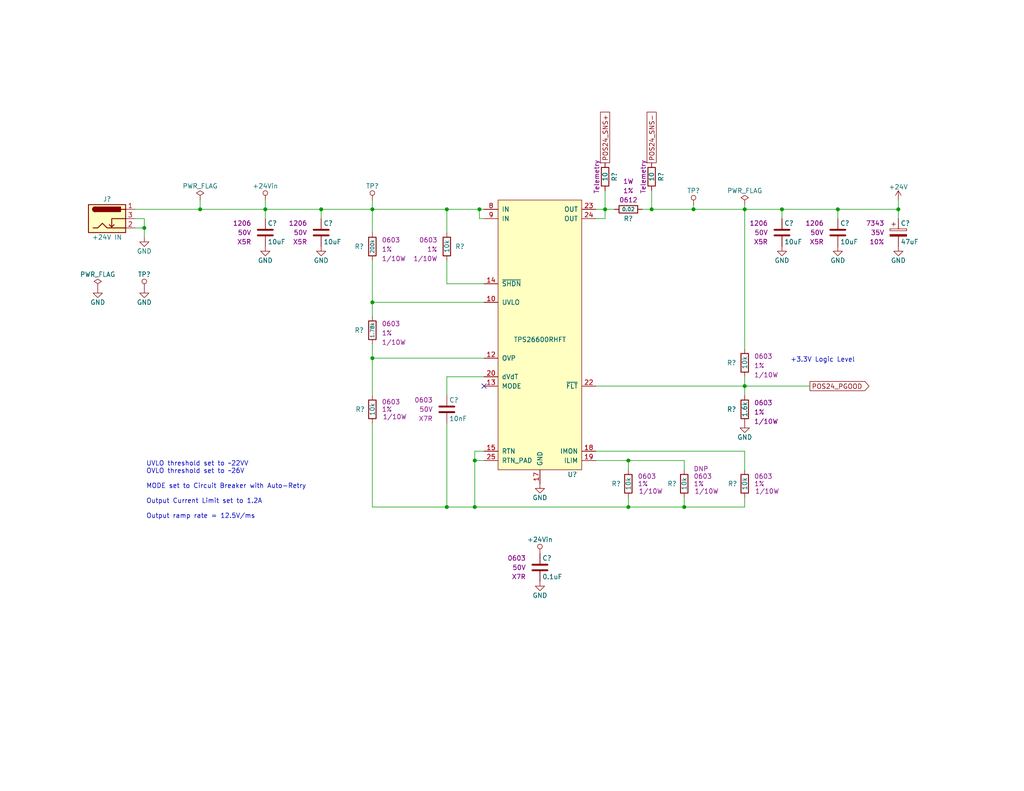
<source format=kicad_sch>
(kicad_sch (version 20230121) (generator eeschema)
  (paper "A")
  (title_block (date "2023-05-12") (rev "PRELIM") (company "Drew Maatman"))
  (lib_symbols
    (symbol "Connector:Barrel_Jack_Switch" (pin_names hide)
      (property "Reference" "J" (at 0 5.334 0))
      (property "Value" "Barrel_Jack_Switch" (at 0 -5.08 0))
      (symbol "Barrel_Jack_Switch_0_1"
        (rectangle (start -5.08 3.81) (end 5.08 -3.81) (stroke (width 0.254)) (fill (type background)))
        (arc (start -3.302 3.175) (mid -3.9343 2.54) (end -3.302 1.905) (stroke (width 0.254)))
        (arc (start -3.302 3.175) (mid -3.9343 2.54) (end -3.302 1.905) (stroke (width 0.254)) (fill (type outline)))
        (polyline (pts (xy 1.27 -2.286) (xy 1.905 -1.651)) (stroke (width 0.254)))
        (polyline (pts (xy 5.08 2.54) (xy 3.81 2.54)) (stroke (width 0.254)))
        (polyline (pts (xy 5.08 0) (xy 1.27 0) (xy 1.27 -2.286) (xy 0.635 -1.651)) (stroke (width 0.254)))
        (polyline (pts (xy -3.81 -2.54) (xy -2.54 -2.54) (xy -1.27 -1.27) (xy 0 -2.54) (xy 2.54 -2.54) (xy 5.08 -2.54)) (stroke (width 0.254)))
        (rectangle (start 3.683 3.175) (end -3.302 1.905) (stroke (width 0.254)) (fill (type outline)))
      )
      (symbol "Barrel_Jack_Switch_1_1"
        (pin passive line (at 7.62 2.54 180) (length 2.54) (name "~") (number "1"))
        (pin passive line (at 7.62 -2.54 180) (length 2.54) (name "~") (number "2"))
        (pin passive line (at 7.62 0 180) (length 2.54) (name "~") (number "3"))
      )
    )
    (symbol "Custom Library:+24Vin" (power) (pin_names (offset 0))
      (property "Value" "+24Vin" (at 0 3.81 0))
      (symbol "+24Vin_0_1"
        (polyline (pts (xy 0 0) (xy 0 1.27)))
        (circle (center 0 1.905) (radius 0.635))
      )
      (symbol "+24Vin_1_1"
        (pin power_in line (at 0 0 90) (length 0) hide (name "+24Vin") (number "1"))
      )
    )
    (symbol "Custom Library:C_Custom" (pin_numbers hide) (pin_names (offset 0.254))
      (property "Reference" "C" (at 0.635 2.54 0))
      (property "Value" "C_Custom" (at 0.635 -2.54 0))
      (property "display_footprint" "Foot" (at -3.81 2.54 0))
      (property "Voltage" "V" (at -3.81 0 0))
      (property "Dielectric" "Er" (at -3.81 -2.54 0))
      (symbol "C_Custom_0_1"
        (polyline (pts (xy -2.032 -0.762) (xy 2.032 -0.762)) (stroke (width 0.508)))
        (polyline (pts (xy -2.032 0.762) (xy 2.032 0.762)) (stroke (width 0.508)))
      )
      (symbol "C_Custom_1_1"
        (pin passive line (at 0 3.81 270) (length 2.794) (name "~") (number "1"))
        (pin passive line (at 0 -3.81 90) (length 2.794) (name "~") (number "2"))
      )
    )
    (symbol "Custom_Library:CP_Tant_Custom" (pin_numbers hide) (pin_names (offset 0.254))
      (property "Reference" "C" (at 0.635 2.54 0))
      (property "Value" "Custom_Library_CP_Tant_Custom" (at 0.635 -2.54 0))
      (property "display_footprint" "Foot" (at -3.81 2.54 0))
      (property "Voltage" "V" (at -3.81 0 0))
      (property "Tolerance" "Tol" (at -3.81 -2.54 0))
      (symbol "CP_Tant_Custom_0_1"
        (rectangle (start -2.286 0.508) (end -2.286 1.016))
        (rectangle (start -2.286 0.508) (end 2.286 0.508))
        (polyline (pts (xy -1.778 2.286) (xy -0.762 2.286)))
        (polyline (pts (xy -1.27 2.794) (xy -1.27 1.778)))
        (rectangle (start 2.286 -0.508) (end -2.286 -1.016) (fill (type outline)))
        (rectangle (start 2.286 1.016) (end -2.286 1.016))
        (rectangle (start 2.286 1.016) (end 2.286 0.508))
      )
      (symbol "CP_Tant_Custom_1_1"
        (pin passive line (at 0 3.81 270) (length 2.794) (name "~") (number "1"))
        (pin passive line (at 0 -3.81 90) (length 2.794) (name "~") (number "2"))
      )
    )
    (symbol "Custom_Library:C_Custom" (pin_numbers hide) (pin_names (offset 0.254))
      (property "Reference" "C" (at 0.635 2.54 0))
      (property "Value" "Custom_Library_C_Custom" (at 0.635 -2.54 0))
      (property "display_footprint" "Foot" (at -3.81 2.54 0))
      (property "Voltage" "V" (at -3.81 0 0))
      (property "Dielectric" "Er" (at -3.81 -2.54 0))
      (symbol "C_Custom_0_1"
        (polyline (pts (xy -2.032 -0.762) (xy 2.032 -0.762)) (stroke (width 0.508)))
        (polyline (pts (xy -2.032 0.762) (xy 2.032 0.762)) (stroke (width 0.508)))
      )
      (symbol "C_Custom_1_1"
        (pin passive line (at 0 3.81 270) (length 2.794) (name "~") (number "1"))
        (pin passive line (at 0 -3.81 90) (length 2.794) (name "~") (number "2"))
      )
    )
    (symbol "Custom_Library:R_Custom" (pin_numbers hide) (pin_names (offset 1.016) hide)
      (property "Reference" "R" (at -2.54 0 90))
      (property "Value" "Custom_Library_R_Custom" (at 0 0 90))
      (property "display_footprint" "Foot" (at 2.54 0 90))
      (property "Tolerance" "Tol" (at 5.08 0 90))
      (property "Wattage" "W" (at 7.62 0 90))
      (symbol "R_Custom_0_1"
        (rectangle (start 1.016 2.54) (end -1.016 -2.54) (stroke (width 0.254)))
      )
      (symbol "R_Custom_1_1"
        (pin passive line (at 0 3.81 270) (length 1.27) (name "1") (number "1"))
        (pin passive line (at 0 -3.81 90) (length 1.27) (name "2") (number "2"))
      )
    )
    (symbol "Custom_Library:TP" (pin_numbers hide) (pin_names (offset 0) hide)
      (property "Reference" "TP" (at 0 3.81 0))
      (symbol "TP_0_1"
        (polyline (pts (xy 0 0) (xy 0 1.27)))
        (circle (center 0 1.905) (radius 0.635))
      )
      (symbol "TP_1_1"
        (pin passive line (at 0 0 90) (length 0) (name "TP") (number "1"))
      )
    )
    (symbol "Custom_Library:TPS26600RHFT" (pin_names (offset 1.016))
      (property "Reference" "U" (at 10.16 -36.83 0))
      (property "Value" "Custom_Library_TPS26600RHFT" (at 0 0 0))
      (symbol "TPS26600RHFT_0_1"
        (rectangle (start -11.43 38.1) (end 11.43 -35.56) (fill (type background)))
      )
      (symbol "TPS26600RHFT_1_1"
        (pin no_connect line (at 15.24 -16.51 180) (length 3.81) hide (name "NC") (number "1"))
        (pin passive line (at -15.24 10.16 0) (length 3.81) (name "UVLO") (number "10"))
        (pin no_connect line (at 15.24 -25.4 180) (length 3.81) hide (name "NC") (number "11"))
        (pin passive line (at -15.24 -5.08 0) (length 3.81) (name "OVP") (number "12"))
        (pin passive line (at -15.24 -12.7 0) (length 3.81) (name "MODE") (number "13"))
        (pin input line (at -15.24 15.24 0) (length 3.81) (name "~{SHDN}") (number "14"))
        (pin passive line (at -15.24 -30.48 0) (length 3.81) (name "RTN") (number "15"))
        (pin no_connect line (at 15.24 -26.67 180) (length 3.81) hide (name "NC") (number "16"))
        (pin power_in line (at 0 -39.37 90) (length 3.81) (name "GND") (number "17"))
        (pin passive line (at 15.24 -30.48 180) (length 3.81) (name "IMON") (number "18"))
        (pin passive line (at 15.24 -33.02 180) (length 3.81) (name "ILIM") (number "19"))
        (pin no_connect line (at 15.24 -17.78 180) (length 3.81) hide (name "NC") (number "2"))
        (pin passive line (at -15.24 -10.16 0) (length 3.81) (name "dVdT") (number "20"))
        (pin no_connect line (at 15.24 -27.94 180) (length 3.81) hide (name "NC") (number "21"))
        (pin open_collector line (at 15.24 -12.7 180) (length 3.81) (name "~{FLT}") (number "22"))
        (pin power_out line (at 15.24 35.56 180) (length 3.81) (name "OUT") (number "23"))
        (pin passive line (at 15.24 33.02 180) (length 3.81) (name "OUT") (number "24"))
        (pin passive line (at -15.24 -33.02 0) (length 3.81) (name "RTN_PAD") (number "25"))
        (pin no_connect line (at 15.24 -19.05 180) (length 3.81) hide (name "NC") (number "3"))
        (pin no_connect line (at 15.24 -21.59 180) (length 3.81) hide (name "NC") (number "4"))
        (pin no_connect line (at 15.24 -20.32 180) (length 3.81) hide (name "NC") (number "5"))
        (pin no_connect line (at 15.24 -22.86 180) (length 3.81) hide (name "NC") (number "6"))
        (pin no_connect line (at 15.24 -24.13 180) (length 3.81) hide (name "NC") (number "7"))
        (pin power_in line (at -15.24 35.56 0) (length 3.81) (name "IN") (number "8"))
        (pin power_in line (at -15.24 33.02 0) (length 3.81) (name "IN") (number "9"))
      )
    )
    (symbol "Custom_Library:TP_Pad" (pin_numbers hide) (pin_names (offset 0) hide)
      (property "Reference" "TP" (at 0 3.81 0))
      (symbol "TP_Pad_0_1"
        (polyline (pts (xy 0 0) (xy 0 1.27)))
        (circle (center 0 1.905) (radius 0.635))
      )
      (symbol "TP_Pad_1_1"
        (pin passive line (at 0 0 90) (length 0) (name "TP") (number "1"))
      )
    )
    (symbol "Nixie-Clock-rescue:GND" (power) (pin_names (offset 0))
      (property "Value" "GND" (at 0 -3.81 0))
      (symbol "GND_0_1"
        (polyline (pts (xy 0 0) (xy 0 -1.27) (xy 1.27 -1.27) (xy 0 -2.54) (xy -1.27 -1.27) (xy 0 -1.27)))
      )
      (symbol "GND_1_1"
        (pin power_in line (at 0 0 270) (length 0) hide (name "GND") (number "1"))
      )
    )
    (symbol "power:+24V" (power) (pin_names (offset 0))
      (property "Value" "+24V" (at 0 3.556 0))
      (symbol "+24V_0_1"
        (polyline (pts (xy -0.762 1.27) (xy 0 2.54)))
        (polyline (pts (xy 0 0) (xy 0 2.54)))
        (polyline (pts (xy 0 2.54) (xy 0.762 1.27)))
      )
      (symbol "+24V_1_1"
        (pin power_in line (at 0 0 90) (length 0) hide (name "+24V") (number "1"))
      )
    )
    (symbol "power:GND" (power) (pin_names (offset 0))
      (property "Value" "GND" (at 0 -3.81 0))
      (symbol "GND_0_1"
        (polyline (pts (xy 0 0) (xy 0 -1.27) (xy 1.27 -1.27) (xy 0 -2.54) (xy -1.27 -1.27) (xy 0 -1.27)))
      )
      (symbol "GND_1_1"
        (pin power_in line (at 0 0 270) (length 0) hide (name "GND") (number "1"))
      )
    )
    (symbol "power:PWR_FLAG" (power) (pin_numbers hide) (pin_names (offset 0) hide)
      (property "Value" "PWR_FLAG" (at 0 3.81 0))
      (symbol "PWR_FLAG_0_0"
        (pin power_out line (at 0 0 90) (length 0) (name "pwr") (number "1"))
      )
      (symbol "PWR_FLAG_0_1"
        (polyline (pts (xy 0 0) (xy 0 1.27) (xy -1.016 1.905) (xy 0 2.54) (xy 1.016 1.905) (xy 0 1.27)))
      )
    )
  )
  (junction (at 130.81 57.15))
  (junction (at 129.54 138.43))
  (junction (at 39.37 62.23))
  (junction (at 87.63 57.15))
  (junction (at 101.6 82.55))
  (junction (at 54.61 57.15))
  (junction (at 121.92 57.15))
  (junction (at 228.6 57.15))
  (junction (at 203.2 105.41))
  (junction (at 203.2 57.15))
  (junction (at 245.11 57.15))
  (junction (at 121.92 138.43))
  (junction (at 186.69 138.43))
  (junction (at 165.1 57.15))
  (junction (at 213.36 57.15))
  (junction (at 171.45 125.73))
  (junction (at 101.6 97.79))
  (junction (at 72.39 57.15))
  (junction (at 129.54 125.73))
  (junction (at 101.6 57.15))
  (junction (at 177.8 57.15))
  (junction (at 171.45 138.43))
  (junction (at 189.23 57.15))
  (no_connect (at 132.08 105.41))
  (wire (pts (xy 165.1 57.15) (xy 167.64 57.15)))
  (wire (pts (xy 130.81 59.69) (xy 130.81 57.15)))
  (wire (pts (xy 228.6 57.15) (xy 228.6 59.69)))
  (wire (pts (xy 162.56 123.19) (xy 203.2 123.19)))
  (wire (pts (xy 213.36 57.15) (xy 213.36 59.69)))
  (wire (pts (xy 101.6 115.57) (xy 101.6 138.43)))
  (wire (pts (xy 165.1 57.15) (xy 162.56 57.15)))
  (wire (pts (xy 39.37 62.23) (xy 39.37 59.69)))
  (wire (pts (xy 130.81 57.15) (xy 121.92 57.15)))
  (wire (pts (xy 203.2 107.95) (xy 203.2 105.41)))
  (wire (pts (xy 129.54 123.19) (xy 129.54 125.73)))
  (wire (pts (xy 203.2 138.43) (xy 186.69 138.43)))
  (wire (pts (xy 186.69 125.73) (xy 171.45 125.73)))
  (wire (pts (xy 175.26 57.15) (xy 177.8 57.15)))
  (wire (pts (xy 121.92 107.95) (xy 121.92 102.87)))
  (wire (pts (xy 162.56 59.69) (xy 165.1 59.69)))
  (wire (pts (xy 171.45 138.43) (xy 129.54 138.43)))
  (wire (pts (xy 203.2 55.88) (xy 203.2 57.15)))
  (wire (pts (xy 121.92 115.57) (xy 121.92 138.43)))
  (wire (pts (xy 186.69 135.89) (xy 186.69 138.43)))
  (wire (pts (xy 203.2 128.27) (xy 203.2 123.19)))
  (wire (pts (xy 165.1 59.69) (xy 165.1 57.15)))
  (wire (pts (xy 132.08 77.47) (xy 121.92 77.47)))
  (wire (pts (xy 121.92 102.87) (xy 132.08 102.87)))
  (wire (pts (xy 121.92 57.15) (xy 101.6 57.15)))
  (wire (pts (xy 245.11 54.61) (xy 245.11 57.15)))
  (wire (pts (xy 132.08 59.69) (xy 130.81 59.69)))
  (wire (pts (xy 132.08 82.55) (xy 101.6 82.55)))
  (wire (pts (xy 129.54 138.43) (xy 129.54 125.73)))
  (wire (pts (xy 101.6 57.15) (xy 101.6 63.5)))
  (wire (pts (xy 101.6 97.79) (xy 101.6 107.95)))
  (wire (pts (xy 87.63 57.15) (xy 101.6 57.15)))
  (wire (pts (xy 101.6 82.55) (xy 101.6 86.36)))
  (wire (pts (xy 203.2 57.15) (xy 213.36 57.15)))
  (wire (pts (xy 39.37 62.23) (xy 36.83 62.23)))
  (wire (pts (xy 101.6 97.79) (xy 101.6 93.98)))
  (wire (pts (xy 101.6 71.12) (xy 101.6 82.55)))
  (wire (pts (xy 177.8 57.15) (xy 189.23 57.15)))
  (wire (pts (xy 245.11 59.69) (xy 245.11 57.15)))
  (wire (pts (xy 39.37 59.69) (xy 36.83 59.69)))
  (wire (pts (xy 121.92 77.47) (xy 121.92 71.12)))
  (wire (pts (xy 165.1 52.07) (xy 165.1 57.15)))
  (wire (pts (xy 203.2 105.41) (xy 220.98 105.41)))
  (wire (pts (xy 101.6 54.61) (xy 101.6 57.15)))
  (wire (pts (xy 203.2 105.41) (xy 203.2 102.87)))
  (wire (pts (xy 72.39 54.61) (xy 72.39 57.15)))
  (wire (pts (xy 177.8 52.07) (xy 177.8 57.15)))
  (wire (pts (xy 171.45 125.73) (xy 162.56 125.73)))
  (wire (pts (xy 245.11 57.15) (xy 228.6 57.15)))
  (wire (pts (xy 213.36 57.15) (xy 228.6 57.15)))
  (wire (pts (xy 87.63 57.15) (xy 87.63 59.69)))
  (wire (pts (xy 186.69 128.27) (xy 186.69 125.73)))
  (wire (pts (xy 132.08 123.19) (xy 129.54 123.19)))
  (wire (pts (xy 72.39 57.15) (xy 72.39 59.69)))
  (wire (pts (xy 121.92 138.43) (xy 129.54 138.43)))
  (wire (pts (xy 203.2 135.89) (xy 203.2 138.43)))
  (wire (pts (xy 54.61 57.15) (xy 72.39 57.15)))
  (wire (pts (xy 171.45 138.43) (xy 186.69 138.43)))
  (wire (pts (xy 203.2 57.15) (xy 203.2 95.25)))
  (wire (pts (xy 132.08 97.79) (xy 101.6 97.79)))
  (wire (pts (xy 132.08 57.15) (xy 130.81 57.15)))
  (wire (pts (xy 54.61 54.61) (xy 54.61 57.15)))
  (wire (pts (xy 171.45 135.89) (xy 171.45 138.43)))
  (wire (pts (xy 36.83 57.15) (xy 54.61 57.15)))
  (wire (pts (xy 121.92 63.5) (xy 121.92 57.15)))
  (wire (pts (xy 39.37 64.77) (xy 39.37 62.23)))
  (wire (pts (xy 162.56 105.41) (xy 203.2 105.41)))
  (wire (pts (xy 189.23 55.88) (xy 189.23 57.15)))
  (wire (pts (xy 72.39 57.15) (xy 87.63 57.15)))
  (wire (pts (xy 171.45 128.27) (xy 171.45 125.73)))
  (wire (pts (xy 101.6 138.43) (xy 121.92 138.43)))
  (wire (pts (xy 129.54 125.73) (xy 132.08 125.73)))
  (wire (pts (xy 189.23 57.15) (xy 203.2 57.15)))
  (text "+3.3V Logic Level" (at 215.646 99.06 0) (effects (font (size 1.27 1.27)) (justify left bottom)))
  (text "UVLO threshold set to ~22VV\nOVLO threshold set to ~26V\n\nMODE set to Circuit Breaker with Auto-Retry\n\nOutput Current Limit set to 1.2A\n\nOutput ramp rate = 12.5V/ms" (at 39.878 141.732 0) (effects (font (size 1.27 1.27)) (justify left bottom)))
  (global_label "POS24_SNS+" (shape passive) (at 165.1 44.45 90) (property "Intersheetrefs" "${INTERSHEET_REFS}" (effects hide)))
  (global_label "POS24_SNS-" (shape passive) (at 177.8 44.45 90) (property "Intersheetrefs" "${INTERSHEET_REFS}" (effects hide)))
  (global_label "POS24_PGOOD" (shape output) (at 220.98 105.41 0) (property "Intersheetrefs" "${INTERSHEET_REFS}" (effects hide)))
  (symbol (lib_id "Custom_Library:R_Custom") (at 171.45 132.08 0) (unit 1)
    (property "Reference" "R?" (at 169.418 132.08 0) (effects (justify right)))
    (property "Value" "10k" (at 171.45 132.08 90))
    (property "Footprint" "Resistors_SMD:R_0603" (effects hide))
    (property "display_footprint" "0603" (at 173.99 130.048 0) (effects (justify left)))
    (property "Tolerance" "1%" (at 173.99 132.08 0) (effects (justify left)))
    (property "Wattage" "1/10W" (at 174.244 134.112 0) (effects (justify left)))
    (instances (project "Nixie_Clock_Core" (path "" (reference "R?") (unit 1)) (path "" (reference "R207") (unit 1))) (project "LED_Panel_Controller" (path "" (reference "R?") (unit 1)) (path "" (reference "R?") (unit 1)) (path "" (reference "R?") (unit 1)) (path "" (reference "R?") (unit 1)) (path "" (reference "R?") (unit 1)) (path "" (reference "R?") (unit 1)) (path "" (reference "R?") (unit 1)) (path "" (reference "R?") (unit 1)) (path "" (reference "R?") (unit 1)) (path "" (reference "R?") (unit 1)) (path "" (reference "R?") (unit 1)) (path "" (reference "R?") (unit 1)) (path "" (reference "R?") (unit 1)) (path "" (reference "R?") (unit 1))))
  )
  (symbol (lib_id "Custom Library:C_Custom") (at 87.63 63.5 0) (unit 1)
    (property "Reference" "C?" (at 88.265 60.96 0) (effects (justify left)))
    (property "Value" "10uF" (at 88.265 66.04 0) (effects (justify left)))
    (property "Footprint" "Capacitors_SMD:C_1206" (effects hide))
    (property "display_footprint" "1206" (at 83.82 60.96 0) (effects (justify right)))
    (property "Voltage" "50V" (at 83.82 63.5 0) (effects (justify right)))
    (property "Dielectric" "X5R" (at 83.82 66.04 0) (effects (justify right)))
    (property "Digi-Key PN" "1276-6767-1-ND" (effects hide))
    (instances (project "Nixie_Clock_Core" (path "" (reference "C?") (unit 1)) (path "" (reference "C202") (unit 1))))
  )
  (symbol (lib_id "power:GND") (at 245.11 67.31 0) (unit 1)
    (property "Reference" "#PWR?" (effects hide))
    (property "Value" "GND" (at 245.11 71.12 0))
    (instances (project "Nixie_Clock_Core" (path "" (reference "#PWR?") (unit 1)) (path "" (reference "#PWR0214") (unit 1))) (project "LED_Panel_Controller" (path "" (reference "#PWR?") (unit 1))))
  )
  (symbol (lib_id "power:GND") (at 203.2 115.57 0) (unit 1)
    (property "Reference" "#PWR?" (effects hide))
    (property "Value" "GND" (at 203.2 119.38 0))
    (instances (project "Nixie_Clock_Core" (path "" (reference "#PWR?") (unit 1)) (path "" (reference "#PWR0212") (unit 1))) (project "LED_Panel_Controller" (path "" (reference "#PWR?") (unit 1))))
  )
  (symbol (lib_id "Custom Library:C_Custom") (at 213.36 63.5 0) (unit 1)
    (property "Reference" "C?" (at 213.995 60.96 0) (effects (justify left)))
    (property "Value" "10uF" (at 213.995 66.04 0) (effects (justify left)))
    (property "Footprint" "Capacitors_SMD:C_1206" (effects hide))
    (property "display_footprint" "1206" (at 209.55 60.96 0) (effects (justify right)))
    (property "Voltage" "50V" (at 209.55 63.5 0) (effects (justify right)))
    (property "Dielectric" "X5R" (at 209.55 66.04 0) (effects (justify right)))
    (property "Digi-Key PN" "1276-6767-1-ND" (effects hide))
    (instances (project "Nixie_Clock_Core" (path "" (reference "C?") (unit 1)) (path "" (reference "C205") (unit 1))))
  )
  (symbol (lib_id "power:+24V") (at 245.11 54.61 0) (unit 1)
    (property "Reference" "#PWR0213" (effects hide))
    (property "Value" "+24V" (at 245.11 51.054 0))
  )
  (symbol (lib_id "Custom_Library:R_Custom") (at 165.1 48.26 0) (mirror y) (unit 1)
    (property "Reference" "R?" (at 167.64 48.26 90))
    (property "Value" "10" (at 165.1 48.26 90))
    (property "Footprint" "Resistors_SMD:R_0603" (effects hide))
    (property "display_footprint" "0603" (effects hide))
    (property "Tolerance" "1%" (effects hide))
    (property "Wattage" "1/10W" (effects hide))
    (property "Configuration" "Telemetry" (at 162.814 48.26 90))
    (instances (project "Nixie_Clock_Core" (path "" (reference "R?") (unit 1)) (path "" (reference "R205") (unit 1))) (project "LED_Panel_Controller" (path "" (reference "R?") (unit 1)) (path "" (reference "R?") (unit 1)) (path "" (reference "R?") (unit 1)) (path "" (reference "R?") (unit 1)) (path "" (reference "R?") (unit 1)) (path "" (reference "R?") (unit 1)) (path "" (reference "R?") (unit 1)) (path "" (reference "R?") (unit 1)) (path "" (reference "R?") (unit 1))))
  )
  (symbol (lib_id "Custom Library:+24Vin") (at 147.32 151.13 0) (unit 1)
    (property "Reference" "#PWR0201" (effects hide))
    (property "Value" "+24Vin" (at 147.32 147.32 0))
  )
  (symbol (lib_id "Custom_Library:R_Custom") (at 186.69 132.08 0) (unit 1)
    (property "Reference" "R?" (at 184.658 132.08 0) (effects (justify right)))
    (property "Value" "10k" (at 186.69 132.08 90))
    (property "Footprint" "Resistors_SMD:R_0603" (effects hide))
    (property "display_footprint" "0603" (at 189.23 130.048 0) (effects (justify left)))
    (property "Tolerance" "1%" (at 189.23 132.08 0) (effects (justify left)))
    (property "Wattage" "1/10W" (at 189.484 134.112 0) (effects (justify left)))
    (property "Configuration" "DNP" (at 189.23 128.016 0) (effects (justify left)))
    (instances (project "Nixie_Clock_Core" (path "" (reference "R?") (unit 1)) (path "" (reference "R209") (unit 1))) (project "LED_Panel_Controller" (path "" (reference "R?") (unit 1)) (path "" (reference "R?") (unit 1)) (path "" (reference "R?") (unit 1)) (path "" (reference "R?") (unit 1)) (path "" (reference "R?") (unit 1)) (path "" (reference "R?") (unit 1)) (path "" (reference "R?") (unit 1)) (path "" (reference "R?") (unit 1)) (path "" (reference "R?") (unit 1)) (path "" (reference "R?") (unit 1)) (path "" (reference "R?") (unit 1)) (path "" (reference "R?") (unit 1)) (path "" (reference "R?") (unit 1)) (path "" (reference "R?") (unit 1))))
  )
  (symbol (lib_id "Custom_Library:TP") (at 39.37 78.74 0) (unit 1)
    (property "Reference" "TP?" (at 39.37 74.93 0))
    (property "Value" "TP" (effects hide))
    (property "Footprint" "Connector_PinHeader_2.54mm:PinHeader_1x01_P2.54mm_Horizontal" (effects hide))
    (instances (project "Nixie_Clock_Core" (path "" (reference "TP?") (unit 1)) (path "" (reference "TP201") (unit 1))) (project "LED_Panel_Controller" (path "" (reference "TP?") (unit 1))))
  )
  (symbol (lib_id "Custom_Library:R_Custom") (at 203.2 111.76 0) (unit 1)
    (property "Reference" "R?" (at 200.914 111.76 0) (effects (justify right)))
    (property "Value" "1.6k" (at 203.2 111.76 90))
    (property "Footprint" "Resistors_SMD:R_0603" (effects hide))
    (property "display_footprint" "0603" (at 205.74 109.982 0) (effects (justify left)))
    (property "Tolerance" "1%" (at 205.74 112.522 0) (effects (justify left)))
    (property "Wattage" "1/10W" (at 205.74 115.062 0) (effects (justify left)))
    (instances (project "Nixie_Clock_Core" (path "" (reference "R?") (unit 1)) (path "" (reference "R211") (unit 1))) (project "LED_Panel_Controller" (path "" (reference "R?") (unit 1)) (path "" (reference "R?") (unit 1)) (path "" (reference "R?") (unit 1)) (path "" (reference "R?") (unit 1)) (path "" (reference "R?") (unit 1)) (path "" (reference "R?") (unit 1))))
  )
  (symbol (lib_id "Custom_Library:C_Custom") (at 147.32 154.94 0) (unit 1)
    (property "Reference" "C?" (at 147.955 152.4 0) (effects (justify left)))
    (property "Value" "0.1uF" (at 147.955 157.48 0) (effects (justify left)))
    (property "Footprint" "Capacitors_SMD:C_0603" (effects hide))
    (property "display_footprint" "0603" (at 143.51 152.4 0) (effects (justify right)))
    (property "Voltage" "50V" (at 143.51 154.94 0) (effects (justify right)))
    (property "Dielectric" "X7R" (at 143.51 157.48 0) (effects (justify right)))
    (property "Digi-Key PN" "1276-1935-1-ND" (effects hide))
    (instances (project "Nixie_Clock_Core" (path "" (reference "C?") (unit 1)) (path "" (reference "C204") (unit 1))) (project "LED_Panel_Controller" (path "" (reference "C?") (unit 1)) (path "" (reference "C?") (unit 1)) (path "" (reference "C?") (unit 1)) (path "" (reference "C?") (unit 1)) (path "" (reference "C?") (unit 1)) (path "" (reference "C?") (unit 1)) (path "" (reference "C?") (unit 1)) (path "" (reference "C?") (unit 1)) (path "" (reference "C?") (unit 1))))
  )
  (symbol (lib_id "power:GND") (at 39.37 78.74 0) (unit 1)
    (property "Reference" "#PWR?" (effects hide))
    (property "Value" "GND" (at 39.37 82.55 0))
    (instances (project "Nixie_Clock_Core" (path "" (reference "#PWR?") (unit 1)) (path "" (reference "#PWR0207") (unit 1))) (project "LED_Panel_Controller" (path "" (reference "#PWR?") (unit 1))))
  )
  (symbol (lib_id "Custom_Library:R_Custom") (at 203.2 99.06 0) (unit 1)
    (property "Reference" "R?" (at 200.914 99.06 0) (effects (justify right)))
    (property "Value" "10k" (at 203.2 100.838 90) (effects (justify left)))
    (property "Footprint" "Resistors_SMD:R_0603" (effects hide))
    (property "display_footprint" "0603" (at 205.74 97.282 0) (effects (justify left)))
    (property "Tolerance" "1%" (at 205.74 99.822 0) (effects (justify left)))
    (property "Wattage" "1/10W" (at 205.74 102.362 0) (effects (justify left)))
    (instances (project "Nixie_Clock_Core" (path "" (reference "R?") (unit 1)) (path "" (reference "R210") (unit 1))) (project "LED_Panel_Controller" (path "" (reference "R?") (unit 1)) (path "" (reference "R?") (unit 1)) (path "" (reference "R?") (unit 1)) (path "" (reference "R?") (unit 1)) (path "" (reference "R?") (unit 1)) (path "" (reference "R?") (unit 1))))
  )
  (symbol (lib_id "Connector:Barrel_Jack_Switch") (at 29.21 59.69 0) (unit 1)
    (property "Reference" "J?" (at 29.21 54.356 0))
    (property "Value" "+24V IN" (at 29.21 64.77 0))
    (property "Footprint" "Connectors:BARREL_JACK" (effects hide))
    (instances (project "Nixie_Clock_Core" (path "" (reference "J?") (unit 1)) (path "" (reference "J201") (unit 1))) (project "LED_Panel_Controller" (path "" (reference "J?") (unit 1))))
  )
  (symbol (lib_id "Custom_Library:R_Custom") (at 101.6 67.31 0) (unit 1)
    (property "Reference" "R?" (at 99.314 67.31 0) (effects (justify right)))
    (property "Value" "200k" (at 101.6 67.31 90) (effects (font (size 1.016 1.016))))
    (property "Footprint" "Resistors_SMD:R_0603" (effects hide))
    (property "display_footprint" "0603" (at 104.14 65.532 0) (effects (justify left)))
    (property "Tolerance" "1%" (at 104.14 68.072 0) (effects (justify left)))
    (property "Wattage" "1/10W" (at 104.14 70.612 0) (effects (justify left)))
    (instances (project "Nixie_Clock_Core" (path "" (reference "R?") (unit 1)) (path "" (reference "R202") (unit 1))) (project "LED_Panel_Controller" (path "" (reference "R?") (unit 1)) (path "" (reference "R?") (unit 1)) (path "" (reference "R?") (unit 1)) (path "" (reference "R?") (unit 1)) (path "" (reference "R?") (unit 1)) (path "" (reference "R?") (unit 1))))
  )
  (symbol (lib_id "power:GND") (at 147.32 132.08 0) (unit 1)
    (property "Reference" "#PWR?" (effects hide))
    (property "Value" "GND" (at 147.32 135.89 0))
    (instances (project "Nixie_Clock_Core" (path "" (reference "#PWR?") (unit 1)) (path "" (reference "#PWR0210") (unit 1))) (project "LED_Panel_Controller" (path "" (reference "#PWR?") (unit 1))))
  )
  (symbol (lib_id "Custom_Library:R_Custom") (at 203.2 132.08 0) (unit 1)
    (property "Reference" "R?" (at 201.168 132.08 0) (effects (justify right)))
    (property "Value" "10k" (at 203.2 132.08 90))
    (property "Footprint" "Resistors_SMD:R_0603" (effects hide))
    (property "display_footprint" "0603" (at 205.74 130.048 0) (effects (justify left)))
    (property "Tolerance" "1%" (at 205.74 132.08 0) (effects (justify left)))
    (property "Wattage" "1/10W" (at 205.994 134.112 0) (effects (justify left)))
    (instances (project "Nixie_Clock_Core" (path "" (reference "R?") (unit 1)) (path "" (reference "R212") (unit 1))) (project "LED_Panel_Controller" (path "" (reference "R?") (unit 1)) (path "" (reference "R?") (unit 1)) (path "" (reference "R?") (unit 1)) (path "" (reference "R?") (unit 1)) (path "" (reference "R?") (unit 1)) (path "" (reference "R?") (unit 1)) (path "" (reference "R?") (unit 1)) (path "" (reference "R?") (unit 1)) (path "" (reference "R?") (unit 1)) (path "" (reference "R?") (unit 1)) (path "" (reference "R?") (unit 1)) (path "" (reference "R?") (unit 1)) (path "" (reference "R?") (unit 1)) (path "" (reference "R?") (unit 1))))
  )
  (symbol (lib_id "Custom_Library:C_Custom") (at 121.92 111.76 0) (unit 1)
    (property "Reference" "C?" (at 122.555 109.22 0) (effects (justify left)))
    (property "Value" "10nF" (at 122.555 114.3 0) (effects (justify left)))
    (property "Footprint" "Capacitors_SMD:C_0603" (effects hide))
    (property "display_footprint" "0603" (at 118.11 109.22 0) (effects (justify right)))
    (property "Voltage" "50V" (at 118.11 111.76 0) (effects (justify right)))
    (property "Dielectric" "X7R" (at 118.11 114.3 0) (effects (justify right)))
    (property "Digi-Key PN" "1276-1009-1-ND" (effects hide))
    (instances (project "Nixie_Clock_Core" (path "" (reference "C?") (unit 1)) (path "" (reference "C203") (unit 1))) (project "LED_Panel_Controller" (path "" (reference "C?") (unit 1)) (path "" (reference "C?") (unit 1)) (path "" (reference "C?") (unit 1)) (path "" (reference "C?") (unit 1)) (path "" (reference "C?") (unit 1)) (path "" (reference "C?") (unit 1)) (path "" (reference "C?") (unit 1)) (path "" (reference "C?") (unit 1)) (path "" (reference "C?") (unit 1))))
  )
  (symbol (lib_id "Custom_Library:TPS26600RHFT") (at 147.32 92.71 0) (unit 1)
    (property "Reference" "U?" (at 157.48 129.54 0) (effects (justify right)))
    (property "Value" "TPS26600RHFT" (at 147.32 92.71 0))
    (property "Footprint" "Housings_DFN_QFN:QFN-24-1EP_4x5mm_Pitch0.5mm" (effects hide))
    (property "Datasheet" "http://www.ti.com/lit/ds/symlink/tps2660.pdf" (effects hide))
    (property "Digi-Key PN" "296-45478-1-ND" (effects hide))
    (instances (project "Nixie_Clock_Core" (path "" (reference "U?") (unit 1)) (path "" (reference "U201") (unit 1))) (project "LED_Panel_Controller" (path "" (reference "U?") (unit 1))))
  )
  (symbol (lib_id "Custom_Library:R_Custom") (at 121.92 67.31 0) (mirror y) (unit 1)
    (property "Reference" "R?" (at 124.206 67.31 0) (effects (justify right)))
    (property "Value" "10k" (at 121.92 69.088 90) (effects (justify left)))
    (property "Footprint" "Resistors_SMD:R_0603" (effects hide))
    (property "display_footprint" "0603" (at 119.38 65.532 0) (effects (justify left)))
    (property "Tolerance" "1%" (at 119.38 68.072 0) (effects (justify left)))
    (property "Wattage" "1/10W" (at 119.38 70.612 0) (effects (justify left)))
    (instances (project "Nixie_Clock_Core" (path "" (reference "R?") (unit 1)) (path "" (reference "R204") (unit 1))) (project "LED_Panel_Controller" (path "" (reference "R?") (unit 1)) (path "" (reference "R?") (unit 1)) (path "" (reference "R?") (unit 1)) (path "" (reference "R?") (unit 1)) (path "" (reference "R?") (unit 1)) (path "" (reference "R?") (unit 1))))
  )
  (symbol (lib_id "Custom_Library:R_Custom") (at 101.6 90.17 0) (unit 1)
    (property "Reference" "R?" (at 99.314 90.17 0) (effects (justify right)))
    (property "Value" "1.78k" (at 101.6 90.17 90) (effects (font (size 1.016 1.016))))
    (property "Footprint" "Resistors_SMD:R_0603" (effects hide))
    (property "display_footprint" "0603" (at 104.14 88.392 0) (effects (justify left)))
    (property "Tolerance" "1%" (at 104.14 90.932 0) (effects (justify left)))
    (property "Wattage" "1/10W" (at 104.14 93.472 0) (effects (justify left)))
    (instances (project "Nixie_Clock_Core" (path "" (reference "R?") (unit 1)) (path "" (reference "R201") (unit 1))) (project "LED_Panel_Controller" (path "" (reference "R?") (unit 1)) (path "" (reference "R?") (unit 1)) (path "" (reference "R?") (unit 1)) (path "" (reference "R?") (unit 1)) (path "" (reference "R?") (unit 1)) (path "" (reference "R?") (unit 1))))
  )
  (symbol (lib_id "Custom_Library:R_Custom") (at 171.45 57.15 90) (unit 1)
    (property "Reference" "R?" (at 171.45 59.69 90))
    (property "Value" "0.02" (at 171.45 57.15 90) (effects (font (size 1.016 1.016))))
    (property "Footprint" "Resistors_SMD:R_0612" (effects hide))
    (property "Digi-Key PN" "P16010CT-ND" (effects hide))
    (property "display_footprint" "0612" (at 171.45 54.61 90))
    (property "Tolerance" "1%" (at 171.45 52.07 90))
    (property "Wattage" "1W" (at 171.45 49.53 90))
    (instances (project "Nixie_Clock_Core" (path "" (reference "R?") (unit 1)) (path "" (reference "R206") (unit 1))) (project "LED_Panel_Controller" (path "" (reference "R?") (unit 1)) (path "" (reference "R?") (unit 1)) (path "" (reference "R?") (unit 1)) (path "" (reference "R?") (unit 1)) (path "" (reference "R?") (unit 1)) (path "" (reference "R?") (unit 1)) (path "" (reference "R?") (unit 1)) (path "" (reference "R?") (unit 1)) (path "" (reference "R?") (unit 1))))
  )
  (symbol (lib_id "Nixie-Clock-rescue:GND") (at 87.63 67.31 0) (unit 1)
    (property "Reference" "#PWR0610" (effects hide))
    (property "Value" "GND" (at 87.63 71.12 0))
    (instances (project "Nixie_Clock_Core" (path "" (reference "#PWR0610") (unit 1)) (path "" (reference "#PWR0203") (unit 1))) (project "Nixie Clock" (path "" (reference "#PWR?") (unit 1))))
  )
  (symbol (lib_id "power:PWR_FLAG") (at 203.2 55.88 0) (unit 1)
    (property "Reference" "#FLG?" (effects hide))
    (property "Value" "PWR_FLAG" (at 203.2 52.07 0))
    (instances (project "Nixie_Clock_Core" (path "" (reference "#FLG?") (unit 1)) (path "" (reference "#FLG0202") (unit 1))) (project "LED_Panel_Controller" (path "" (reference "#FLG?") (unit 1))))
  )
  (symbol (lib_id "Nixie-Clock-rescue:GND") (at 228.6 67.31 0) (unit 1)
    (property "Reference" "#PWR0610" (effects hide))
    (property "Value" "GND" (at 228.6 71.12 0))
    (instances (project "Nixie_Clock_Core" (path "" (reference "#PWR0610") (unit 1)) (path "" (reference "#PWR0205") (unit 1))) (project "Nixie Clock" (path "" (reference "#PWR?") (unit 1))))
  )
  (symbol (lib_id "Custom Library:C_Custom") (at 72.39 63.5 0) (unit 1)
    (property "Reference" "C?" (at 73.025 60.96 0) (effects (justify left)))
    (property "Value" "10uF" (at 73.025 66.04 0) (effects (justify left)))
    (property "Footprint" "Capacitors_SMD:C_1206" (effects hide))
    (property "display_footprint" "1206" (at 68.58 60.96 0) (effects (justify right)))
    (property "Voltage" "50V" (at 68.58 63.5 0) (effects (justify right)))
    (property "Dielectric" "X5R" (at 68.58 66.04 0) (effects (justify right)))
    (property "Digi-Key PN" "1276-6767-1-ND" (effects hide))
    (instances (project "Nixie_Clock_Core" (path "" (reference "C?") (unit 1)) (path "" (reference "C201") (unit 1))))
  )
  (symbol (lib_id "Custom_Library:TP_Pad") (at 101.6 54.61 0) (unit 1)
    (property "Reference" "TP?" (at 101.6 50.8 0))
    (property "Value" "TP" (effects hide))
    (property "Footprint" "Custom Footprints Library:Test_Point" (effects hide))
    (instances (project "Nixie_Clock_Core" (path "" (reference "TP?") (unit 1)) (path "" (reference "TP202") (unit 1))) (project "LED_Panel_Controller" (path "" (reference "TP?") (unit 1))))
  )
  (symbol (lib_id "Custom_Library:R_Custom") (at 101.6 111.76 0) (unit 1)
    (property "Reference" "R?" (at 99.568 111.76 0) (effects (justify right)))
    (property "Value" "10k" (at 101.6 111.76 90))
    (property "Footprint" "Resistors_SMD:R_0603" (effects hide))
    (property "display_footprint" "0603" (at 104.14 109.728 0) (effects (justify left)))
    (property "Tolerance" "1%" (at 104.14 111.76 0) (effects (justify left)))
    (property "Wattage" "1/10W" (at 104.394 113.792 0) (effects (justify left)))
    (instances (project "Nixie_Clock_Core" (path "" (reference "R?") (unit 1)) (path "" (reference "R203") (unit 1))) (project "LED_Panel_Controller" (path "" (reference "R?") (unit 1)) (path "" (reference "R?") (unit 1)) (path "" (reference "R?") (unit 1)) (path "" (reference "R?") (unit 1)) (path "" (reference "R?") (unit 1)) (path "" (reference "R?") (unit 1)) (path "" (reference "R?") (unit 1)) (path "" (reference "R?") (unit 1)) (path "" (reference "R?") (unit 1)) (path "" (reference "R?") (unit 1)) (path "" (reference "R?") (unit 1)) (path "" (reference "R?") (unit 1)) (path "" (reference "R?") (unit 1)) (path "" (reference "R?") (unit 1))))
  )
  (symbol (lib_id "Custom_Library:CP_Tant_Custom") (at 245.11 63.5 0) (unit 1)
    (property "Reference" "C?" (at 245.745 60.96 0) (effects (justify left)))
    (property "Value" "47uF" (at 245.745 66.04 0) (effects (justify left)))
    (property "Footprint" "Capacitor_Tantalum_SMD:CP_EIA-7343-43_Kemet-X" (effects hide))
    (property "display_footprint" "7343" (at 241.3 60.96 0) (effects (justify right)))
    (property "Voltage" "35V" (at 241.3 63.5 0) (effects (justify right)))
    (property "Tolerance" "10%" (at 241.3 66.04 0) (effects (justify right)))
    (instances (project "Nixie_Clock_Core" (path "" (reference "C?") (unit 1)) (path "" (reference "C207") (unit 1))) (project "LED_Panel_Controller" (path "" (reference "C?") (unit 1))))
  )
  (symbol (lib_id "Custom_Library:R_Custom") (at 177.8 48.26 0) (mirror y) (unit 1)
    (property "Reference" "R?" (at 180.34 48.26 90))
    (property "Value" "10" (at 177.8 48.26 90))
    (property "Footprint" "Resistors_SMD:R_0603" (effects hide))
    (property "display_footprint" "0603" (effects hide))
    (property "Tolerance" "1%" (effects hide))
    (property "Wattage" "1/10W" (effects hide))
    (property "Configuration" "Telemetry" (at 175.514 48.26 90))
    (instances (project "Nixie_Clock_Core" (path "" (reference "R?") (unit 1)) (path "" (reference "R208") (unit 1))) (project "LED_Panel_Controller" (path "" (reference "R?") (unit 1)) (path "" (reference "R?") (unit 1)) (path "" (reference "R?") (unit 1)) (path "" (reference "R?") (unit 1)) (path "" (reference "R?") (unit 1)) (path "" (reference "R?") (unit 1)) (path "" (reference "R?") (unit 1)) (path "" (reference "R?") (unit 1)) (path "" (reference "R?") (unit 1))))
  )
  (symbol (lib_id "power:GND") (at 147.32 158.75 0) (unit 1)
    (property "Reference" "#PWR?" (effects hide))
    (property "Value" "GND" (at 147.32 162.56 0))
    (instances (project "Nixie_Clock_Core" (path "" (reference "#PWR?") (unit 1)) (path "" (reference "#PWR0211") (unit 1))) (project "LED_Panel_Controller" (path "" (reference "#PWR?") (unit 1))))
  )
  (symbol (lib_id "power:GND") (at 26.67 78.74 0) (unit 1)
    (property "Reference" "#PWR?" (effects hide))
    (property "Value" "GND" (at 26.67 82.55 0))
    (instances (project "Nixie_Clock_Core" (path "" (reference "#PWR?") (unit 1)) (path "" (reference "#PWR0215") (unit 1))) (project "LED_Panel_Controller" (path "" (reference "#PWR?") (unit 1))))
  )
  (symbol (lib_id "Custom Library:+24Vin") (at 72.39 54.61 0) (unit 1)
    (property "Reference" "#PWR0209" (effects hide))
    (property "Value" "+24Vin" (at 72.39 50.8 0))
  )
  (symbol (lib_id "Custom_Library:TP_Pad") (at 189.23 55.88 0) (unit 1)
    (property "Reference" "TP?" (at 189.23 52.07 0))
    (property "Value" "TP" (effects hide))
    (property "Footprint" "Custom Footprints Library:Test_Point" (effects hide))
    (instances (project "Nixie_Clock_Core" (path "" (reference "TP?") (unit 1)) (path "" (reference "TP203") (unit 1))) (project "LED_Panel_Controller" (path "" (reference "TP?") (unit 1))))
  )
  (symbol (lib_id "power:GND") (at 39.37 64.77 0) (unit 1)
    (property "Reference" "#PWR?" (effects hide))
    (property "Value" "GND" (at 39.37 68.58 0))
    (instances (project "Nixie_Clock_Core" (path "" (reference "#PWR?") (unit 1)) (path "" (reference "#PWR0206") (unit 1))) (project "LED_Panel_Controller" (path "" (reference "#PWR?") (unit 1))))
  )
  (symbol (lib_id "Nixie-Clock-rescue:GND") (at 213.36 67.31 0) (unit 1)
    (property "Reference" "#PWR0609" (effects hide))
    (property "Value" "GND" (at 213.36 71.12 0))
    (instances (project "Nixie_Clock_Core" (path "" (reference "#PWR0609") (unit 1)) (path "" (reference "#PWR0204") (unit 1))) (project "Nixie Clock" (path "" (reference "#PWR?") (unit 1))))
  )
  (symbol (lib_id "power:PWR_FLAG") (at 26.67 78.74 0) (unit 1)
    (property "Reference" "#FLG?" (effects hide))
    (property "Value" "PWR_FLAG" (at 26.67 74.93 0))
    (instances (project "Nixie_Clock_Core" (path "" (reference "#FLG?") (unit 1)) (path "" (reference "#FLG0203") (unit 1))) (project "LED_Panel_Controller" (path "" (reference "#FLG?") (unit 1))))
  )
  (symbol (lib_id "Custom Library:C_Custom") (at 228.6 63.5 0) (unit 1)
    (property "Reference" "C?" (at 229.235 60.96 0) (effects (justify left)))
    (property "Value" "10uF" (at 229.235 66.04 0) (effects (justify left)))
    (property "Footprint" "Capacitors_SMD:C_1206" (effects hide))
    (property "display_footprint" "1206" (at 224.79 60.96 0) (effects (justify right)))
    (property "Voltage" "50V" (at 224.79 63.5 0) (effects (justify right)))
    (property "Dielectric" "X5R" (at 224.79 66.04 0) (effects (justify right)))
    (property "Digi-Key PN" "1276-6767-1-ND" (effects hide))
    (instances (project "Nixie_Clock_Core" (path "" (reference "C?") (unit 1)) (path "" (reference "C206") (unit 1))))
  )
  (symbol (lib_id "power:PWR_FLAG") (at 54.61 54.61 0) (unit 1)
    (property "Reference" "#FLG?" (effects hide))
    (property "Value" "PWR_FLAG" (at 54.61 50.8 0))
    (instances (project "Nixie_Clock_Core" (path "" (reference "#FLG?") (unit 1)) (path "" (reference "#FLG0201") (unit 1))) (project "LED_Panel_Controller" (path "" (reference "#FLG?") (unit 1))))
  )
  (symbol (lib_id "Nixie-Clock-rescue:GND") (at 72.39 67.31 0) (unit 1)
    (property "Reference" "#PWR0609" (effects hide))
    (property "Value" "GND" (at 72.39 71.12 0))
    (instances (project "Nixie_Clock_Core" (path "" (reference "#PWR0609") (unit 1)) (path "" (reference "#PWR0202") (unit 1))) (project "Nixie Clock" (path "" (reference "#PWR?") (unit 1))))
  )
)
</source>
